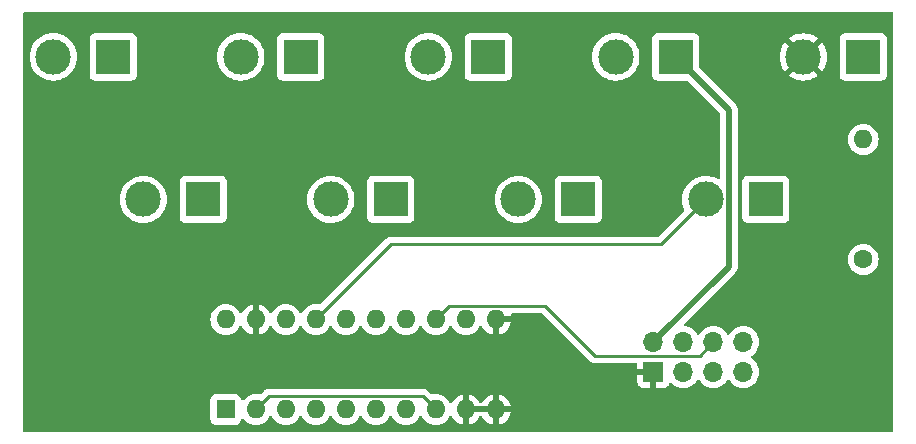
<source format=gbl>
%TF.GenerationSoftware,KiCad,Pcbnew,7.0.7*%
%TF.CreationDate,2023-09-28T15:42:35-05:00*%
%TF.ProjectId,iowa-rover-kiosk-lamps,696f7761-2d72-46f7-9665-722d6b696f73,rev?*%
%TF.SameCoordinates,Original*%
%TF.FileFunction,Copper,L2,Bot*%
%TF.FilePolarity,Positive*%
%FSLAX46Y46*%
G04 Gerber Fmt 4.6, Leading zero omitted, Abs format (unit mm)*
G04 Created by KiCad (PCBNEW 7.0.7) date 2023-09-28 15:42:35*
%MOMM*%
%LPD*%
G01*
G04 APERTURE LIST*
%TA.AperFunction,ComponentPad*%
%ADD10R,3.000000X3.000000*%
%TD*%
%TA.AperFunction,ComponentPad*%
%ADD11C,3.000000*%
%TD*%
%TA.AperFunction,ComponentPad*%
%ADD12R,1.600000X1.600000*%
%TD*%
%TA.AperFunction,ComponentPad*%
%ADD13O,1.600000X1.600000*%
%TD*%
%TA.AperFunction,ComponentPad*%
%ADD14R,1.700000X1.700000*%
%TD*%
%TA.AperFunction,ComponentPad*%
%ADD15O,1.700000X1.700000*%
%TD*%
%TA.AperFunction,ComponentPad*%
%ADD16C,1.600000*%
%TD*%
%TA.AperFunction,Conductor*%
%ADD17C,0.500000*%
%TD*%
%TA.AperFunction,Conductor*%
%ADD18C,0.250000*%
%TD*%
G04 APERTURE END LIST*
D10*
%TO.P,RFID Lamp 2,1,-*%
%TO.N,+12V*%
X96520000Y-46355000D03*
D11*
%TO.P,RFID Lamp 2,2,+*%
%TO.N,Net-(LA2-+)*%
X91440000Y-46355000D03*
%TD*%
D10*
%TO.P,RFID Lamp 4,1,-*%
%TO.N,+12V*%
X112395000Y-46355000D03*
D11*
%TO.P,RFID Lamp 4,2,+*%
%TO.N,Net-(LA4-+)*%
X107315000Y-46355000D03*
%TD*%
D12*
%TO.P,U1,1,NC*%
%TO.N,unconnected-(U1-NC-Pad1)*%
X98425000Y-64135000D03*
D13*
%TO.P,U1,2,VCC*%
%TO.N,+5V*%
X100965000Y-64135000D03*
%TO.P,U1,3,SERIN*%
%TO.N,Net-(J1-Pin_4)*%
X103505000Y-64135000D03*
%TO.P,U1,4,DRAIN0*%
%TO.N,Net-(LA1-+)*%
X106045000Y-64135000D03*
%TO.P,U1,5,DRAIN1*%
%TO.N,Net-(LA2-+)*%
X108585000Y-64135000D03*
%TO.P,U1,6,DRAIN2*%
%TO.N,Net-(LA4-+)*%
X111125000Y-64135000D03*
%TO.P,U1,7,DRAIN3*%
%TO.N,Net-(LA3-+)*%
X113665000Y-64135000D03*
%TO.P,U1,8,SRCLR*%
%TO.N,+5V*%
X116205000Y-64135000D03*
%TO.P,U1,9,G*%
%TO.N,GND*%
X118745000Y-64135000D03*
%TO.P,U1,10,GND*%
X121285000Y-64135000D03*
%TO.P,U1,11,GND*%
X121285000Y-56515000D03*
%TO.P,U1,12,RCK*%
%TO.N,Net-(J1-Pin_5)*%
X118745000Y-56515000D03*
%TO.P,U1,13,SRCK*%
%TO.N,Net-(J1-Pin_6)*%
X116205000Y-56515000D03*
%TO.P,U1,14,DRAIN4*%
%TO.N,Net-(LA5-+)*%
X113665000Y-56515000D03*
%TO.P,U1,15,DRAIN5*%
%TO.N,Net-(LA6-+)*%
X111125000Y-56515000D03*
%TO.P,U1,16,DRAIN6*%
%TO.N,Net-(LA7-+)*%
X108585000Y-56515000D03*
%TO.P,U1,17,DRAIN7*%
%TO.N,Net-(LA8-+)*%
X106045000Y-56515000D03*
%TO.P,U1,18,SEROUT*%
%TO.N,unconnected-(U1-SEROUT-Pad18)*%
X103505000Y-56515000D03*
%TO.P,U1,19,GND*%
%TO.N,GND*%
X100965000Y-56515000D03*
%TO.P,U1,20,NC*%
%TO.N,unconnected-(U1-NC-Pad20)*%
X98425000Y-56515000D03*
%TD*%
D10*
%TO.P,Error Lamp,1,-*%
%TO.N,+12V*%
X128270000Y-46355000D03*
D11*
%TO.P,Error Lamp,2,+*%
%TO.N,Net-(LA6-+)*%
X123190000Y-46355000D03*
%TD*%
D14*
%TO.P,J1,1,Pin_1*%
%TO.N,GND*%
X134630000Y-60965000D03*
D15*
%TO.P,J1,2,Pin_2*%
%TO.N,+12V*%
X134630000Y-58425000D03*
%TO.P,J1,3,Pin_3*%
%TO.N,+5V*%
X137170000Y-60965000D03*
%TO.P,J1,4,Pin_4*%
%TO.N,Net-(J1-Pin_4)*%
X137170000Y-58425000D03*
%TO.P,J1,5,Pin_5*%
%TO.N,Net-(J1-Pin_5)*%
X139710000Y-60965000D03*
%TO.P,J1,6,Pin_6*%
%TO.N,Net-(J1-Pin_6)*%
X139710000Y-58425000D03*
%TO.P,J1,7,Pin_7*%
%TO.N,unconnected-(J1-Pin_7-Pad7)*%
X142250000Y-60965000D03*
%TO.P,J1,8,Pin_8*%
%TO.N,Net-(J1-Pin_8)*%
X142250000Y-58425000D03*
%TD*%
D16*
%TO.P,R1,1*%
%TO.N,+5V*%
X152400000Y-51435000D03*
D13*
%TO.P,R1,2*%
%TO.N,Net-(J1-Pin_8)*%
X152400000Y-41275000D03*
%TD*%
D10*
%TO.P,Tx Btn,1,1*%
%TO.N,Net-(J1-Pin_8)*%
X152400000Y-34290000D03*
D11*
%TO.P,Tx Btn,2,2*%
%TO.N,GND*%
X147320000Y-34290000D03*
%TD*%
D10*
%TO.P,Tx Btn Lamp,1,-*%
%TO.N,+5V*%
X144145000Y-46355000D03*
D11*
%TO.P,Tx Btn Lamp,2,+*%
%TO.N,Net-(LA8-+)*%
X139065000Y-46355000D03*
%TD*%
D10*
%TO.P,Ready Lamp,1,-*%
%TO.N,+12V*%
X120650000Y-34290000D03*
D11*
%TO.P,Ready Lamp,2,+*%
%TO.N,Net-(LA5-+)*%
X115570000Y-34290000D03*
%TD*%
D10*
%TO.P,Running Lamp,1,-*%
%TO.N,+12V*%
X136525000Y-34290000D03*
D11*
%TO.P,Running Lamp,2,+*%
%TO.N,Net-(LA7-+)*%
X131445000Y-34290000D03*
%TD*%
D10*
%TO.P,RFID Lamp 1,1,-*%
%TO.N,+12V*%
X88900000Y-34290000D03*
D11*
%TO.P,RFID Lamp 1,2,+*%
%TO.N,Net-(LA1-+)*%
X83820000Y-34290000D03*
%TD*%
D10*
%TO.P,RFID Lamp 3,1,-*%
%TO.N,+12V*%
X104775000Y-34290000D03*
D11*
%TO.P,RFID Lamp 3,2,+*%
%TO.N,Net-(LA3-+)*%
X99695000Y-34290000D03*
%TD*%
D17*
%TO.N,+12V*%
X134630000Y-58425000D02*
X141015000Y-52040000D01*
X141015000Y-38780000D02*
X136525000Y-34290000D01*
X141015000Y-52040000D02*
X141015000Y-38780000D01*
D18*
%TO.N,+5V*%
X100965000Y-64135000D02*
X102090000Y-63010000D01*
X102090000Y-63010000D02*
X115080000Y-63010000D01*
X115080000Y-63010000D02*
X116205000Y-64135000D01*
%TO.N,Net-(J1-Pin_6)*%
X125476000Y-55372000D02*
X129704000Y-59600000D01*
X116205000Y-56515000D02*
X117348000Y-55372000D01*
X138535000Y-59600000D02*
X139710000Y-58425000D01*
X129704000Y-59600000D02*
X138535000Y-59600000D01*
X117348000Y-55372000D02*
X125476000Y-55372000D01*
%TO.N,Net-(LA8-+)*%
X112395000Y-50165000D02*
X106045000Y-56515000D01*
X135255000Y-50165000D02*
X112395000Y-50165000D01*
X139065000Y-46355000D02*
X135255000Y-50165000D01*
%TD*%
%TA.AperFunction,Conductor*%
%TO.N,GND*%
G36*
X120841463Y-63904685D02*
G01*
X120887218Y-63957489D01*
X120897162Y-64026647D01*
X120896897Y-64028397D01*
X120880014Y-64134996D01*
X120880014Y-64135003D01*
X120896897Y-64241603D01*
X120887942Y-64310896D01*
X120842946Y-64364348D01*
X120776194Y-64384987D01*
X120774424Y-64385000D01*
X119255576Y-64385000D01*
X119188537Y-64365315D01*
X119142782Y-64312511D01*
X119132838Y-64243353D01*
X119133103Y-64241603D01*
X119149986Y-64135003D01*
X119149986Y-64134996D01*
X119133103Y-64028397D01*
X119142058Y-63959104D01*
X119187054Y-63905652D01*
X119253806Y-63885013D01*
X119255576Y-63885000D01*
X120774424Y-63885000D01*
X120841463Y-63904685D01*
G37*
%TD.AperFunction*%
%TA.AperFunction,Conductor*%
G36*
X154883039Y-30499685D02*
G01*
X154928794Y-30552489D01*
X154940000Y-30604000D01*
X154940000Y-65916000D01*
X154920315Y-65983039D01*
X154867511Y-66028794D01*
X154816000Y-66040000D01*
X81404000Y-66040000D01*
X81336961Y-66020315D01*
X81291206Y-65967511D01*
X81280000Y-65916000D01*
X81280000Y-64982870D01*
X97124500Y-64982870D01*
X97124501Y-64982876D01*
X97130908Y-65042483D01*
X97181202Y-65177328D01*
X97181206Y-65177335D01*
X97267452Y-65292544D01*
X97267455Y-65292547D01*
X97382664Y-65378793D01*
X97382671Y-65378797D01*
X97517517Y-65429091D01*
X97517516Y-65429091D01*
X97524444Y-65429835D01*
X97577127Y-65435500D01*
X99272872Y-65435499D01*
X99332483Y-65429091D01*
X99467331Y-65378796D01*
X99582546Y-65292546D01*
X99668796Y-65177331D01*
X99719091Y-65042483D01*
X99722862Y-65007401D01*
X99749599Y-64942855D01*
X99806990Y-64903006D01*
X99876816Y-64900511D01*
X99936905Y-64936163D01*
X99947726Y-64949536D01*
X99964956Y-64974143D01*
X100125858Y-65135045D01*
X100125861Y-65135047D01*
X100312266Y-65265568D01*
X100518504Y-65361739D01*
X100738308Y-65420635D01*
X100900230Y-65434801D01*
X100964998Y-65440468D01*
X100965000Y-65440468D01*
X100965002Y-65440468D01*
X101021807Y-65435498D01*
X101191692Y-65420635D01*
X101411496Y-65361739D01*
X101617734Y-65265568D01*
X101804139Y-65135047D01*
X101965047Y-64974139D01*
X102095568Y-64787734D01*
X102122618Y-64729724D01*
X102168790Y-64677285D01*
X102235983Y-64658133D01*
X102302865Y-64678348D01*
X102347382Y-64729725D01*
X102374429Y-64787728D01*
X102374432Y-64787734D01*
X102504954Y-64974141D01*
X102665858Y-65135045D01*
X102665861Y-65135047D01*
X102852266Y-65265568D01*
X103058504Y-65361739D01*
X103278308Y-65420635D01*
X103440230Y-65434801D01*
X103504998Y-65440468D01*
X103505000Y-65440468D01*
X103505002Y-65440468D01*
X103561807Y-65435498D01*
X103731692Y-65420635D01*
X103951496Y-65361739D01*
X104157734Y-65265568D01*
X104344139Y-65135047D01*
X104505047Y-64974139D01*
X104635568Y-64787734D01*
X104662618Y-64729724D01*
X104708790Y-64677285D01*
X104775983Y-64658133D01*
X104842865Y-64678348D01*
X104887382Y-64729725D01*
X104914429Y-64787728D01*
X104914432Y-64787734D01*
X105044954Y-64974141D01*
X105205858Y-65135045D01*
X105205861Y-65135047D01*
X105392266Y-65265568D01*
X105598504Y-65361739D01*
X105818308Y-65420635D01*
X105980230Y-65434801D01*
X106044998Y-65440468D01*
X106045000Y-65440468D01*
X106045002Y-65440468D01*
X106101807Y-65435498D01*
X106271692Y-65420635D01*
X106491496Y-65361739D01*
X106697734Y-65265568D01*
X106884139Y-65135047D01*
X107045047Y-64974139D01*
X107175568Y-64787734D01*
X107202618Y-64729724D01*
X107248790Y-64677285D01*
X107315983Y-64658133D01*
X107382865Y-64678348D01*
X107427382Y-64729725D01*
X107454429Y-64787728D01*
X107454432Y-64787734D01*
X107584954Y-64974141D01*
X107745858Y-65135045D01*
X107745861Y-65135047D01*
X107932266Y-65265568D01*
X108138504Y-65361739D01*
X108358308Y-65420635D01*
X108520230Y-65434801D01*
X108584998Y-65440468D01*
X108585000Y-65440468D01*
X108585002Y-65440468D01*
X108641807Y-65435498D01*
X108811692Y-65420635D01*
X109031496Y-65361739D01*
X109237734Y-65265568D01*
X109424139Y-65135047D01*
X109585047Y-64974139D01*
X109715568Y-64787734D01*
X109742618Y-64729724D01*
X109788790Y-64677285D01*
X109855983Y-64658133D01*
X109922865Y-64678348D01*
X109967382Y-64729725D01*
X109994429Y-64787728D01*
X109994432Y-64787734D01*
X110124954Y-64974141D01*
X110285858Y-65135045D01*
X110285861Y-65135047D01*
X110472266Y-65265568D01*
X110678504Y-65361739D01*
X110898308Y-65420635D01*
X111060230Y-65434801D01*
X111124998Y-65440468D01*
X111125000Y-65440468D01*
X111125002Y-65440468D01*
X111181807Y-65435498D01*
X111351692Y-65420635D01*
X111571496Y-65361739D01*
X111777734Y-65265568D01*
X111964139Y-65135047D01*
X112125047Y-64974139D01*
X112255568Y-64787734D01*
X112282618Y-64729724D01*
X112328790Y-64677285D01*
X112395983Y-64658133D01*
X112462865Y-64678348D01*
X112507382Y-64729725D01*
X112534429Y-64787728D01*
X112534432Y-64787734D01*
X112664954Y-64974141D01*
X112825858Y-65135045D01*
X112825861Y-65135047D01*
X113012266Y-65265568D01*
X113218504Y-65361739D01*
X113438308Y-65420635D01*
X113600230Y-65434801D01*
X113664998Y-65440468D01*
X113665000Y-65440468D01*
X113665002Y-65440468D01*
X113721807Y-65435498D01*
X113891692Y-65420635D01*
X114111496Y-65361739D01*
X114317734Y-65265568D01*
X114504139Y-65135047D01*
X114665047Y-64974139D01*
X114795568Y-64787734D01*
X114822618Y-64729724D01*
X114868790Y-64677285D01*
X114935983Y-64658133D01*
X115002865Y-64678348D01*
X115047382Y-64729725D01*
X115074429Y-64787728D01*
X115074432Y-64787734D01*
X115204954Y-64974141D01*
X115365858Y-65135045D01*
X115365861Y-65135047D01*
X115552266Y-65265568D01*
X115758504Y-65361739D01*
X115978308Y-65420635D01*
X116140230Y-65434801D01*
X116204998Y-65440468D01*
X116205000Y-65440468D01*
X116205002Y-65440468D01*
X116261807Y-65435498D01*
X116431692Y-65420635D01*
X116651496Y-65361739D01*
X116857734Y-65265568D01*
X117044139Y-65135047D01*
X117205047Y-64974139D01*
X117335568Y-64787734D01*
X117362895Y-64729129D01*
X117409064Y-64676695D01*
X117476257Y-64657542D01*
X117543139Y-64677757D01*
X117587657Y-64729133D01*
X117614865Y-64787482D01*
X117745342Y-64973820D01*
X117906179Y-65134657D01*
X118092517Y-65265134D01*
X118298673Y-65361265D01*
X118298682Y-65361269D01*
X118494999Y-65413872D01*
X118494999Y-64645575D01*
X118514683Y-64578536D01*
X118567487Y-64532781D01*
X118636646Y-64522837D01*
X118638353Y-64523095D01*
X118663583Y-64527091D01*
X118713515Y-64535000D01*
X118713519Y-64535000D01*
X118776485Y-64535000D01*
X118819300Y-64528218D01*
X118851602Y-64523102D01*
X118920894Y-64532056D01*
X118974347Y-64577052D01*
X118994987Y-64643803D01*
X118995000Y-64645575D01*
X118995000Y-65413872D01*
X119191317Y-65361269D01*
X119191326Y-65361265D01*
X119397482Y-65265134D01*
X119583820Y-65134657D01*
X119744657Y-64973820D01*
X119875133Y-64787483D01*
X119902616Y-64728544D01*
X119948787Y-64676104D01*
X120015981Y-64656951D01*
X120082862Y-64677166D01*
X120127381Y-64728541D01*
X120154867Y-64787484D01*
X120285342Y-64973820D01*
X120446179Y-65134657D01*
X120632517Y-65265134D01*
X120838673Y-65361265D01*
X120838682Y-65361269D01*
X121034999Y-65413872D01*
X121035000Y-65413871D01*
X121035000Y-64645575D01*
X121054685Y-64578536D01*
X121107489Y-64532781D01*
X121176647Y-64522837D01*
X121178331Y-64523091D01*
X121210699Y-64528218D01*
X121253515Y-64535000D01*
X121253519Y-64535000D01*
X121316485Y-64535000D01*
X121359300Y-64528218D01*
X121391602Y-64523102D01*
X121460894Y-64532056D01*
X121514347Y-64577052D01*
X121534987Y-64643803D01*
X121535000Y-64645575D01*
X121534999Y-65413871D01*
X121535000Y-65413872D01*
X121731317Y-65361269D01*
X121731326Y-65361265D01*
X121937482Y-65265134D01*
X122123820Y-65134657D01*
X122284657Y-64973820D01*
X122415134Y-64787482D01*
X122511265Y-64581326D01*
X122511269Y-64581317D01*
X122563872Y-64385000D01*
X121795576Y-64385000D01*
X121728537Y-64365315D01*
X121682782Y-64312511D01*
X121672838Y-64243353D01*
X121673103Y-64241603D01*
X121689986Y-64135003D01*
X121689986Y-64134996D01*
X121673103Y-64028397D01*
X121682058Y-63959104D01*
X121727054Y-63905652D01*
X121793806Y-63885013D01*
X121795576Y-63885000D01*
X122563872Y-63885000D01*
X122563872Y-63884999D01*
X122511269Y-63688682D01*
X122511265Y-63688673D01*
X122415134Y-63482517D01*
X122284657Y-63296179D01*
X122123820Y-63135342D01*
X121937482Y-63004865D01*
X121731328Y-62908734D01*
X121534999Y-62856127D01*
X121535000Y-63624424D01*
X121515315Y-63691463D01*
X121462511Y-63737218D01*
X121393353Y-63747162D01*
X121391602Y-63746897D01*
X121316486Y-63735000D01*
X121316481Y-63735000D01*
X121253519Y-63735000D01*
X121253514Y-63735000D01*
X121178398Y-63746897D01*
X121109104Y-63737942D01*
X121055652Y-63692946D01*
X121035013Y-63626194D01*
X121035000Y-63624424D01*
X121035000Y-62856127D01*
X120838671Y-62908734D01*
X120632517Y-63004865D01*
X120446179Y-63135342D01*
X120285342Y-63296179D01*
X120154865Y-63482518D01*
X120154863Y-63482522D01*
X120127380Y-63541458D01*
X120081207Y-63593897D01*
X120014013Y-63613048D01*
X119947133Y-63592831D01*
X119902616Y-63541455D01*
X119875133Y-63482517D01*
X119744657Y-63296179D01*
X119583820Y-63135342D01*
X119397482Y-63004865D01*
X119191328Y-62908734D01*
X118995000Y-62856127D01*
X118995000Y-63624424D01*
X118975315Y-63691463D01*
X118922511Y-63737218D01*
X118853353Y-63747162D01*
X118851602Y-63746897D01*
X118776486Y-63735000D01*
X118776481Y-63735000D01*
X118713519Y-63735000D01*
X118713514Y-63735000D01*
X118638398Y-63746897D01*
X118569104Y-63737942D01*
X118515652Y-63692946D01*
X118495013Y-63626194D01*
X118495000Y-63624424D01*
X118495000Y-62856127D01*
X118298671Y-62908734D01*
X118092517Y-63004865D01*
X117906179Y-63135342D01*
X117745342Y-63296179D01*
X117614867Y-63482515D01*
X117587657Y-63540867D01*
X117541484Y-63593306D01*
X117474290Y-63612457D01*
X117407409Y-63592241D01*
X117362893Y-63540865D01*
X117335685Y-63482518D01*
X117335568Y-63482266D01*
X117205047Y-63295861D01*
X117205045Y-63295858D01*
X117044141Y-63134954D01*
X116857734Y-63004432D01*
X116857732Y-63004431D01*
X116651497Y-62908261D01*
X116651488Y-62908258D01*
X116431697Y-62849366D01*
X116431693Y-62849365D01*
X116431692Y-62849365D01*
X116431691Y-62849364D01*
X116431686Y-62849364D01*
X116205002Y-62829532D01*
X116204999Y-62829532D01*
X115978313Y-62849364D01*
X115978296Y-62849367D01*
X115909949Y-62867680D01*
X115840099Y-62866016D01*
X115790177Y-62835586D01*
X115580803Y-62626212D01*
X115570980Y-62613950D01*
X115570759Y-62614134D01*
X115565786Y-62608123D01*
X115547159Y-62590631D01*
X115515364Y-62560773D01*
X115504919Y-62550328D01*
X115494475Y-62539883D01*
X115488986Y-62535625D01*
X115484561Y-62531847D01*
X115450582Y-62499938D01*
X115450580Y-62499936D01*
X115450577Y-62499935D01*
X115433029Y-62490288D01*
X115416763Y-62479604D01*
X115400933Y-62467325D01*
X115358168Y-62448818D01*
X115352922Y-62446248D01*
X115312093Y-62423803D01*
X115312092Y-62423802D01*
X115292693Y-62418822D01*
X115274281Y-62412518D01*
X115255898Y-62404562D01*
X115255892Y-62404560D01*
X115209874Y-62397272D01*
X115204152Y-62396087D01*
X115159021Y-62384500D01*
X115159019Y-62384500D01*
X115138984Y-62384500D01*
X115119586Y-62382973D01*
X115112162Y-62381797D01*
X115099805Y-62379840D01*
X115099804Y-62379840D01*
X115053416Y-62384225D01*
X115047578Y-62384500D01*
X102172737Y-62384500D01*
X102157120Y-62382776D01*
X102157093Y-62383062D01*
X102149331Y-62382327D01*
X102080203Y-62384500D01*
X102050650Y-62384500D01*
X102049929Y-62384590D01*
X102043757Y-62385369D01*
X102037945Y-62385826D01*
X101991373Y-62387290D01*
X101991372Y-62387290D01*
X101972129Y-62392881D01*
X101953079Y-62396825D01*
X101933211Y-62399334D01*
X101933209Y-62399335D01*
X101889884Y-62416488D01*
X101884357Y-62418380D01*
X101839610Y-62431381D01*
X101839609Y-62431382D01*
X101822367Y-62441579D01*
X101804899Y-62450137D01*
X101786269Y-62457513D01*
X101786267Y-62457514D01*
X101748576Y-62484898D01*
X101743694Y-62488105D01*
X101703579Y-62511830D01*
X101689408Y-62526000D01*
X101674623Y-62538628D01*
X101658412Y-62550407D01*
X101628709Y-62586310D01*
X101624777Y-62590631D01*
X101379821Y-62835586D01*
X101318498Y-62869071D01*
X101260048Y-62867680D01*
X101191697Y-62849366D01*
X101191693Y-62849365D01*
X101191692Y-62849365D01*
X101078346Y-62839448D01*
X100965001Y-62829532D01*
X100964998Y-62829532D01*
X100738313Y-62849364D01*
X100738302Y-62849366D01*
X100518511Y-62908258D01*
X100518502Y-62908261D01*
X100312267Y-63004431D01*
X100312265Y-63004432D01*
X100125858Y-63134954D01*
X99964954Y-63295858D01*
X99947725Y-63320464D01*
X99893147Y-63364088D01*
X99823648Y-63371280D01*
X99761294Y-63339757D01*
X99725882Y-63279526D01*
X99722861Y-63262591D01*
X99719091Y-63227516D01*
X99668797Y-63092671D01*
X99668793Y-63092664D01*
X99582547Y-62977455D01*
X99582544Y-62977452D01*
X99467335Y-62891206D01*
X99467328Y-62891202D01*
X99332482Y-62840908D01*
X99332483Y-62840908D01*
X99272883Y-62834501D01*
X99272881Y-62834500D01*
X99272873Y-62834500D01*
X99272864Y-62834500D01*
X97577129Y-62834500D01*
X97577123Y-62834501D01*
X97517516Y-62840908D01*
X97382671Y-62891202D01*
X97382664Y-62891206D01*
X97267455Y-62977452D01*
X97267452Y-62977455D01*
X97181206Y-63092664D01*
X97181202Y-63092671D01*
X97130908Y-63227517D01*
X97124501Y-63287116D01*
X97124500Y-63287135D01*
X97124500Y-64982870D01*
X81280000Y-64982870D01*
X81280000Y-56515001D01*
X97119532Y-56515001D01*
X97139364Y-56741686D01*
X97139366Y-56741697D01*
X97198258Y-56961488D01*
X97198261Y-56961497D01*
X97294431Y-57167732D01*
X97294432Y-57167734D01*
X97424954Y-57354141D01*
X97585858Y-57515045D01*
X97585861Y-57515047D01*
X97772266Y-57645568D01*
X97978504Y-57741739D01*
X97978509Y-57741740D01*
X97978511Y-57741741D01*
X98031415Y-57755916D01*
X98198308Y-57800635D01*
X98360230Y-57814801D01*
X98424998Y-57820468D01*
X98425000Y-57820468D01*
X98425002Y-57820468D01*
X98481672Y-57815509D01*
X98651692Y-57800635D01*
X98871496Y-57741739D01*
X99077734Y-57645568D01*
X99264139Y-57515047D01*
X99425047Y-57354139D01*
X99555568Y-57167734D01*
X99582895Y-57109129D01*
X99629064Y-57056695D01*
X99696257Y-57037542D01*
X99763139Y-57057757D01*
X99807657Y-57109133D01*
X99834865Y-57167482D01*
X99965342Y-57353820D01*
X100126179Y-57514657D01*
X100312517Y-57645134D01*
X100518673Y-57741265D01*
X100518682Y-57741269D01*
X100714999Y-57793872D01*
X100715000Y-57793871D01*
X100715000Y-57025575D01*
X100734685Y-56958536D01*
X100787489Y-56912781D01*
X100856647Y-56902837D01*
X100858331Y-56903091D01*
X100890699Y-56908218D01*
X100933515Y-56915000D01*
X100933519Y-56915000D01*
X100996485Y-56915000D01*
X101039300Y-56908218D01*
X101071602Y-56903102D01*
X101140894Y-56912056D01*
X101194347Y-56957052D01*
X101214987Y-57023803D01*
X101215000Y-57025575D01*
X101215000Y-57793872D01*
X101411317Y-57741269D01*
X101411326Y-57741265D01*
X101617482Y-57645134D01*
X101803820Y-57514657D01*
X101964657Y-57353820D01*
X102095132Y-57167484D01*
X102122341Y-57109134D01*
X102168513Y-57056695D01*
X102235707Y-57037542D01*
X102302588Y-57057757D01*
X102347106Y-57109133D01*
X102374431Y-57167732D01*
X102374432Y-57167734D01*
X102504954Y-57354141D01*
X102665858Y-57515045D01*
X102665861Y-57515047D01*
X102852266Y-57645568D01*
X103058504Y-57741739D01*
X103058509Y-57741740D01*
X103058511Y-57741741D01*
X103111415Y-57755916D01*
X103278308Y-57800635D01*
X103440230Y-57814801D01*
X103504998Y-57820468D01*
X103505000Y-57820468D01*
X103505002Y-57820468D01*
X103561672Y-57815509D01*
X103731692Y-57800635D01*
X103951496Y-57741739D01*
X104157734Y-57645568D01*
X104344139Y-57515047D01*
X104505047Y-57354139D01*
X104635568Y-57167734D01*
X104662618Y-57109724D01*
X104708790Y-57057285D01*
X104775983Y-57038133D01*
X104842865Y-57058348D01*
X104887382Y-57109725D01*
X104914429Y-57167728D01*
X104914432Y-57167734D01*
X105044954Y-57354141D01*
X105205858Y-57515045D01*
X105205861Y-57515047D01*
X105392266Y-57645568D01*
X105598504Y-57741739D01*
X105598509Y-57741740D01*
X105598511Y-57741741D01*
X105651415Y-57755916D01*
X105818308Y-57800635D01*
X105980230Y-57814801D01*
X106044998Y-57820468D01*
X106045000Y-57820468D01*
X106045002Y-57820468D01*
X106101673Y-57815509D01*
X106271692Y-57800635D01*
X106491496Y-57741739D01*
X106697734Y-57645568D01*
X106884139Y-57515047D01*
X107045047Y-57354139D01*
X107175568Y-57167734D01*
X107202618Y-57109724D01*
X107248790Y-57057285D01*
X107315983Y-57038133D01*
X107382865Y-57058348D01*
X107427382Y-57109725D01*
X107454429Y-57167728D01*
X107454432Y-57167734D01*
X107584954Y-57354141D01*
X107745858Y-57515045D01*
X107745861Y-57515047D01*
X107932266Y-57645568D01*
X108138504Y-57741739D01*
X108138509Y-57741740D01*
X108138511Y-57741741D01*
X108191415Y-57755916D01*
X108358308Y-57800635D01*
X108520230Y-57814801D01*
X108584998Y-57820468D01*
X108585000Y-57820468D01*
X108585002Y-57820468D01*
X108641672Y-57815509D01*
X108811692Y-57800635D01*
X109031496Y-57741739D01*
X109237734Y-57645568D01*
X109424139Y-57515047D01*
X109585047Y-57354139D01*
X109715568Y-57167734D01*
X109742618Y-57109724D01*
X109788790Y-57057285D01*
X109855983Y-57038133D01*
X109922865Y-57058348D01*
X109967382Y-57109725D01*
X109994429Y-57167728D01*
X109994432Y-57167734D01*
X110124954Y-57354141D01*
X110285858Y-57515045D01*
X110285861Y-57515047D01*
X110472266Y-57645568D01*
X110678504Y-57741739D01*
X110678509Y-57741740D01*
X110678511Y-57741741D01*
X110731415Y-57755916D01*
X110898308Y-57800635D01*
X111060230Y-57814801D01*
X111124998Y-57820468D01*
X111125000Y-57820468D01*
X111125002Y-57820468D01*
X111181672Y-57815509D01*
X111351692Y-57800635D01*
X111571496Y-57741739D01*
X111777734Y-57645568D01*
X111964139Y-57515047D01*
X112125047Y-57354139D01*
X112255568Y-57167734D01*
X112282618Y-57109724D01*
X112328790Y-57057285D01*
X112395983Y-57038133D01*
X112462865Y-57058348D01*
X112507382Y-57109725D01*
X112534429Y-57167728D01*
X112534432Y-57167734D01*
X112664954Y-57354141D01*
X112825858Y-57515045D01*
X112825861Y-57515047D01*
X113012266Y-57645568D01*
X113218504Y-57741739D01*
X113218509Y-57741740D01*
X113218511Y-57741741D01*
X113271415Y-57755916D01*
X113438308Y-57800635D01*
X113600230Y-57814801D01*
X113664998Y-57820468D01*
X113665000Y-57820468D01*
X113665002Y-57820468D01*
X113721672Y-57815509D01*
X113891692Y-57800635D01*
X114111496Y-57741739D01*
X114317734Y-57645568D01*
X114504139Y-57515047D01*
X114665047Y-57354139D01*
X114795568Y-57167734D01*
X114822618Y-57109724D01*
X114868790Y-57057285D01*
X114935983Y-57038133D01*
X115002865Y-57058348D01*
X115047382Y-57109725D01*
X115074429Y-57167728D01*
X115074432Y-57167734D01*
X115204954Y-57354141D01*
X115365858Y-57515045D01*
X115365861Y-57515047D01*
X115552266Y-57645568D01*
X115758504Y-57741739D01*
X115758509Y-57741740D01*
X115758511Y-57741741D01*
X115811415Y-57755916D01*
X115978308Y-57800635D01*
X116140230Y-57814801D01*
X116204998Y-57820468D01*
X116205000Y-57820468D01*
X116205002Y-57820468D01*
X116261673Y-57815509D01*
X116431692Y-57800635D01*
X116651496Y-57741739D01*
X116857734Y-57645568D01*
X117044139Y-57515047D01*
X117205047Y-57354139D01*
X117335568Y-57167734D01*
X117362618Y-57109724D01*
X117408790Y-57057285D01*
X117475983Y-57038133D01*
X117542865Y-57058348D01*
X117587382Y-57109725D01*
X117614429Y-57167728D01*
X117614432Y-57167734D01*
X117744954Y-57354141D01*
X117905858Y-57515045D01*
X117905861Y-57515047D01*
X118092266Y-57645568D01*
X118298504Y-57741739D01*
X118298509Y-57741740D01*
X118298511Y-57741741D01*
X118351415Y-57755916D01*
X118518308Y-57800635D01*
X118680230Y-57814801D01*
X118744998Y-57820468D01*
X118745000Y-57820468D01*
X118745002Y-57820468D01*
X118801672Y-57815509D01*
X118971692Y-57800635D01*
X119191496Y-57741739D01*
X119397734Y-57645568D01*
X119584139Y-57515047D01*
X119745047Y-57354139D01*
X119875568Y-57167734D01*
X119902895Y-57109129D01*
X119949064Y-57056695D01*
X120016257Y-57037542D01*
X120083139Y-57057757D01*
X120127657Y-57109133D01*
X120154865Y-57167482D01*
X120285342Y-57353820D01*
X120446179Y-57514657D01*
X120632517Y-57645134D01*
X120838673Y-57741265D01*
X120838682Y-57741269D01*
X121034999Y-57793872D01*
X121035000Y-57793871D01*
X121035000Y-57025575D01*
X121054685Y-56958536D01*
X121107489Y-56912781D01*
X121176647Y-56902837D01*
X121178331Y-56903091D01*
X121210699Y-56908218D01*
X121253515Y-56915000D01*
X121253519Y-56915000D01*
X121316485Y-56915000D01*
X121359300Y-56908218D01*
X121391602Y-56903102D01*
X121460894Y-56912056D01*
X121514347Y-56957052D01*
X121534987Y-57023803D01*
X121535000Y-57025575D01*
X121534999Y-57793871D01*
X121535000Y-57793872D01*
X121731317Y-57741269D01*
X121731326Y-57741265D01*
X121937482Y-57645134D01*
X122123820Y-57514657D01*
X122284657Y-57353820D01*
X122415134Y-57167482D01*
X122511265Y-56961326D01*
X122511269Y-56961317D01*
X122563872Y-56765000D01*
X121795576Y-56765000D01*
X121728537Y-56745315D01*
X121682782Y-56692511D01*
X121672838Y-56623353D01*
X121673103Y-56621603D01*
X121689986Y-56515003D01*
X121689986Y-56514996D01*
X121673103Y-56408397D01*
X121682058Y-56339104D01*
X121727054Y-56285652D01*
X121793806Y-56265013D01*
X121795576Y-56265000D01*
X122563872Y-56265000D01*
X122563872Y-56264999D01*
X122534021Y-56153593D01*
X122535684Y-56083744D01*
X122574846Y-56025881D01*
X122639075Y-55998377D01*
X122653796Y-55997500D01*
X125165548Y-55997500D01*
X125232587Y-56017185D01*
X125253229Y-56033819D01*
X129203197Y-59983788D01*
X129213022Y-59996051D01*
X129213243Y-59995869D01*
X129218214Y-60001878D01*
X129244217Y-60026295D01*
X129268635Y-60049226D01*
X129289529Y-60070120D01*
X129295011Y-60074373D01*
X129299443Y-60078157D01*
X129333418Y-60110062D01*
X129350976Y-60119714D01*
X129367233Y-60130393D01*
X129383064Y-60142673D01*
X129402737Y-60151186D01*
X129425833Y-60161182D01*
X129431077Y-60163750D01*
X129471908Y-60186197D01*
X129484523Y-60189435D01*
X129491305Y-60191177D01*
X129509719Y-60197481D01*
X129528104Y-60205438D01*
X129574157Y-60212732D01*
X129579826Y-60213906D01*
X129624981Y-60225500D01*
X129645016Y-60225500D01*
X129664413Y-60227026D01*
X129684196Y-60230160D01*
X129730583Y-60225775D01*
X129736422Y-60225500D01*
X133156000Y-60225500D01*
X133223039Y-60245185D01*
X133268794Y-60297989D01*
X133280000Y-60349500D01*
X133280000Y-60715000D01*
X134016653Y-60715000D01*
X134083692Y-60734685D01*
X134129447Y-60787489D01*
X134139391Y-60856647D01*
X134135631Y-60873933D01*
X134130000Y-60893111D01*
X134130000Y-61036888D01*
X134135631Y-61056067D01*
X134135630Y-61125936D01*
X134097855Y-61184714D01*
X134034299Y-61213738D01*
X134016653Y-61215000D01*
X133280000Y-61215000D01*
X133280000Y-61862844D01*
X133286401Y-61922372D01*
X133286403Y-61922379D01*
X133336645Y-62057086D01*
X133336649Y-62057093D01*
X133422809Y-62172187D01*
X133422812Y-62172190D01*
X133537906Y-62258350D01*
X133537913Y-62258354D01*
X133672620Y-62308596D01*
X133672627Y-62308598D01*
X133732155Y-62314999D01*
X133732172Y-62315000D01*
X134380000Y-62315000D01*
X134380000Y-61577301D01*
X134399685Y-61510262D01*
X134452489Y-61464507D01*
X134521647Y-61454563D01*
X134594237Y-61465000D01*
X134594238Y-61465000D01*
X134665762Y-61465000D01*
X134665763Y-61465000D01*
X134738353Y-61454563D01*
X134807512Y-61464507D01*
X134860315Y-61510262D01*
X134880000Y-61577301D01*
X134880000Y-62315000D01*
X135527828Y-62315000D01*
X135527844Y-62314999D01*
X135587372Y-62308598D01*
X135587379Y-62308596D01*
X135722086Y-62258354D01*
X135722093Y-62258350D01*
X135837187Y-62172190D01*
X135837190Y-62172187D01*
X135923350Y-62057093D01*
X135923354Y-62057086D01*
X135972422Y-61925529D01*
X136014293Y-61869595D01*
X136079757Y-61845178D01*
X136148030Y-61860030D01*
X136176285Y-61881181D01*
X136298599Y-62003495D01*
X136375135Y-62057086D01*
X136492165Y-62139032D01*
X136492167Y-62139033D01*
X136492170Y-62139035D01*
X136706337Y-62238903D01*
X136934592Y-62300063D01*
X137105319Y-62315000D01*
X137169999Y-62320659D01*
X137170000Y-62320659D01*
X137170001Y-62320659D01*
X137234681Y-62315000D01*
X137405408Y-62300063D01*
X137633663Y-62238903D01*
X137847830Y-62139035D01*
X138041401Y-62003495D01*
X138208495Y-61836401D01*
X138338426Y-61650841D01*
X138393002Y-61607217D01*
X138462500Y-61600023D01*
X138524855Y-61631546D01*
X138541575Y-61650842D01*
X138671500Y-61836395D01*
X138671505Y-61836401D01*
X138838599Y-62003495D01*
X138915135Y-62057086D01*
X139032165Y-62139032D01*
X139032167Y-62139033D01*
X139032170Y-62139035D01*
X139246337Y-62238903D01*
X139474592Y-62300063D01*
X139645319Y-62315000D01*
X139709999Y-62320659D01*
X139710000Y-62320659D01*
X139710001Y-62320659D01*
X139774681Y-62315000D01*
X139945408Y-62300063D01*
X140173663Y-62238903D01*
X140387830Y-62139035D01*
X140581401Y-62003495D01*
X140748495Y-61836401D01*
X140878426Y-61650840D01*
X140933001Y-61607217D01*
X141002499Y-61600023D01*
X141064854Y-61631546D01*
X141081574Y-61650841D01*
X141211505Y-61836401D01*
X141378599Y-62003495D01*
X141455135Y-62057086D01*
X141572165Y-62139032D01*
X141572167Y-62139033D01*
X141572170Y-62139035D01*
X141786337Y-62238903D01*
X142014592Y-62300063D01*
X142185319Y-62315000D01*
X142249999Y-62320659D01*
X142250000Y-62320659D01*
X142250001Y-62320659D01*
X142314681Y-62315000D01*
X142485408Y-62300063D01*
X142713663Y-62238903D01*
X142927830Y-62139035D01*
X143121401Y-62003495D01*
X143288495Y-61836401D01*
X143424035Y-61642830D01*
X143523903Y-61428663D01*
X143585063Y-61200408D01*
X143605659Y-60965000D01*
X143585063Y-60729592D01*
X143523903Y-60501337D01*
X143424035Y-60287171D01*
X143418425Y-60279158D01*
X143288494Y-60093597D01*
X143121402Y-59926506D01*
X143121401Y-59926505D01*
X142935842Y-59796575D01*
X142935841Y-59796574D01*
X142892216Y-59741997D01*
X142885024Y-59672498D01*
X142916546Y-59610144D01*
X142935836Y-59593428D01*
X143121401Y-59463495D01*
X143288495Y-59296401D01*
X143424035Y-59102830D01*
X143523903Y-58888663D01*
X143585063Y-58660408D01*
X143605659Y-58425000D01*
X143585063Y-58189592D01*
X143523903Y-57961337D01*
X143424035Y-57747171D01*
X143420232Y-57741739D01*
X143288494Y-57553597D01*
X143121402Y-57386506D01*
X143121395Y-57386501D01*
X142927834Y-57250967D01*
X142927830Y-57250965D01*
X142927830Y-57250964D01*
X142713663Y-57151097D01*
X142713659Y-57151096D01*
X142713655Y-57151094D01*
X142485413Y-57089938D01*
X142485403Y-57089936D01*
X142250001Y-57069341D01*
X142249999Y-57069341D01*
X142014596Y-57089936D01*
X142014586Y-57089938D01*
X141786344Y-57151094D01*
X141786335Y-57151098D01*
X141572171Y-57250964D01*
X141572169Y-57250965D01*
X141378597Y-57386505D01*
X141211505Y-57553597D01*
X141081575Y-57739158D01*
X141026998Y-57782783D01*
X140957500Y-57789977D01*
X140895145Y-57758454D01*
X140878425Y-57739158D01*
X140748494Y-57553597D01*
X140581402Y-57386506D01*
X140581395Y-57386501D01*
X140387834Y-57250967D01*
X140387830Y-57250965D01*
X140387830Y-57250964D01*
X140173663Y-57151097D01*
X140173659Y-57151096D01*
X140173655Y-57151094D01*
X139945413Y-57089938D01*
X139945403Y-57089936D01*
X139710001Y-57069341D01*
X139709999Y-57069341D01*
X139474596Y-57089936D01*
X139474586Y-57089938D01*
X139246344Y-57151094D01*
X139246335Y-57151098D01*
X139032171Y-57250964D01*
X139032169Y-57250965D01*
X138838597Y-57386505D01*
X138671505Y-57553597D01*
X138541575Y-57739158D01*
X138486998Y-57782783D01*
X138417500Y-57789977D01*
X138355145Y-57758454D01*
X138338425Y-57739158D01*
X138208494Y-57553597D01*
X138041402Y-57386506D01*
X138041395Y-57386501D01*
X137847834Y-57250967D01*
X137847830Y-57250965D01*
X137847830Y-57250964D01*
X137633663Y-57151097D01*
X137633659Y-57151096D01*
X137633655Y-57151094D01*
X137405413Y-57089938D01*
X137405403Y-57089936D01*
X137321824Y-57082624D01*
X137256755Y-57057171D01*
X137215777Y-57000580D01*
X137211899Y-56930818D01*
X137244949Y-56871417D01*
X141500638Y-52615727D01*
X141514267Y-52603950D01*
X141533530Y-52589610D01*
X141533532Y-52589606D01*
X141533534Y-52589606D01*
X141553704Y-52565567D01*
X141567113Y-52549585D01*
X141570767Y-52545599D01*
X141576591Y-52539776D01*
X141596930Y-52514052D01*
X141646302Y-52455214D01*
X141646306Y-52455205D01*
X141650274Y-52449175D01*
X141650325Y-52449208D01*
X141654369Y-52442860D01*
X141654317Y-52442828D01*
X141658104Y-52436685D01*
X141658111Y-52436677D01*
X141690572Y-52367063D01*
X141725040Y-52298433D01*
X141725041Y-52298427D01*
X141727508Y-52291650D01*
X141727566Y-52291671D01*
X141730043Y-52284544D01*
X141729986Y-52284526D01*
X141732255Y-52277679D01*
X141732256Y-52277674D01*
X141732257Y-52277672D01*
X141747790Y-52202441D01*
X141765500Y-52127721D01*
X141765500Y-52127719D01*
X141766339Y-52120548D01*
X141766398Y-52120554D01*
X141767164Y-52113054D01*
X141767105Y-52113049D01*
X141767734Y-52105859D01*
X141765500Y-52029082D01*
X141765500Y-51435001D01*
X151094532Y-51435001D01*
X151114364Y-51661686D01*
X151114366Y-51661697D01*
X151173258Y-51881488D01*
X151173261Y-51881497D01*
X151269431Y-52087732D01*
X151269432Y-52087734D01*
X151399954Y-52274141D01*
X151560858Y-52435045D01*
X151572019Y-52442860D01*
X151747266Y-52565568D01*
X151953504Y-52661739D01*
X152173308Y-52720635D01*
X152335230Y-52734801D01*
X152399998Y-52740468D01*
X152400000Y-52740468D01*
X152400002Y-52740468D01*
X152456673Y-52735509D01*
X152626692Y-52720635D01*
X152846496Y-52661739D01*
X153052734Y-52565568D01*
X153239139Y-52435047D01*
X153400047Y-52274139D01*
X153530568Y-52087734D01*
X153626739Y-51881496D01*
X153685635Y-51661692D01*
X153705468Y-51435000D01*
X153685635Y-51208308D01*
X153626739Y-50988504D01*
X153530568Y-50782266D01*
X153400047Y-50595861D01*
X153400045Y-50595858D01*
X153239141Y-50434954D01*
X153052734Y-50304432D01*
X153052732Y-50304431D01*
X152846497Y-50208261D01*
X152846488Y-50208258D01*
X152626697Y-50149366D01*
X152626693Y-50149365D01*
X152626692Y-50149365D01*
X152626691Y-50149364D01*
X152626686Y-50149364D01*
X152400002Y-50129532D01*
X152399998Y-50129532D01*
X152173313Y-50149364D01*
X152173302Y-50149366D01*
X151953511Y-50208258D01*
X151953502Y-50208261D01*
X151747267Y-50304431D01*
X151747265Y-50304432D01*
X151560858Y-50434954D01*
X151399954Y-50595858D01*
X151269432Y-50782265D01*
X151269431Y-50782267D01*
X151173261Y-50988502D01*
X151173258Y-50988511D01*
X151114366Y-51208302D01*
X151114364Y-51208313D01*
X151094532Y-51434998D01*
X151094532Y-51435001D01*
X141765500Y-51435001D01*
X141765500Y-47902870D01*
X142144500Y-47902870D01*
X142144501Y-47902876D01*
X142150908Y-47962483D01*
X142201202Y-48097328D01*
X142201206Y-48097335D01*
X142287452Y-48212544D01*
X142287455Y-48212547D01*
X142402664Y-48298793D01*
X142402671Y-48298797D01*
X142537517Y-48349091D01*
X142537516Y-48349091D01*
X142544444Y-48349835D01*
X142597127Y-48355500D01*
X145692872Y-48355499D01*
X145752483Y-48349091D01*
X145887331Y-48298796D01*
X146002546Y-48212546D01*
X146088796Y-48097331D01*
X146139091Y-47962483D01*
X146145500Y-47902873D01*
X146145499Y-44807128D01*
X146139091Y-44747517D01*
X146109347Y-44667770D01*
X146088797Y-44612671D01*
X146088793Y-44612664D01*
X146002547Y-44497455D01*
X146002544Y-44497452D01*
X145887335Y-44411206D01*
X145887328Y-44411202D01*
X145752482Y-44360908D01*
X145752483Y-44360908D01*
X145692883Y-44354501D01*
X145692881Y-44354500D01*
X145692873Y-44354500D01*
X145692864Y-44354500D01*
X142597129Y-44354500D01*
X142597123Y-44354501D01*
X142537516Y-44360908D01*
X142402671Y-44411202D01*
X142402664Y-44411206D01*
X142287455Y-44497452D01*
X142287452Y-44497455D01*
X142201206Y-44612664D01*
X142201202Y-44612671D01*
X142150908Y-44747517D01*
X142144501Y-44807116D01*
X142144501Y-44807123D01*
X142144500Y-44807135D01*
X142144500Y-47902870D01*
X141765500Y-47902870D01*
X141765500Y-41275001D01*
X151094532Y-41275001D01*
X151114364Y-41501686D01*
X151114366Y-41501697D01*
X151173258Y-41721488D01*
X151173261Y-41721497D01*
X151269431Y-41927732D01*
X151269432Y-41927734D01*
X151399954Y-42114141D01*
X151560858Y-42275045D01*
X151560861Y-42275047D01*
X151747266Y-42405568D01*
X151953504Y-42501739D01*
X152173308Y-42560635D01*
X152335230Y-42574801D01*
X152399998Y-42580468D01*
X152400000Y-42580468D01*
X152400002Y-42580468D01*
X152456673Y-42575509D01*
X152626692Y-42560635D01*
X152846496Y-42501739D01*
X153052734Y-42405568D01*
X153239139Y-42275047D01*
X153400047Y-42114139D01*
X153530568Y-41927734D01*
X153626739Y-41721496D01*
X153685635Y-41501692D01*
X153705468Y-41275000D01*
X153685635Y-41048308D01*
X153626739Y-40828504D01*
X153530568Y-40622266D01*
X153400047Y-40435861D01*
X153400045Y-40435858D01*
X153239141Y-40274954D01*
X153052734Y-40144432D01*
X153052732Y-40144431D01*
X152846497Y-40048261D01*
X152846488Y-40048258D01*
X152626697Y-39989366D01*
X152626693Y-39989365D01*
X152626692Y-39989365D01*
X152626691Y-39989364D01*
X152626686Y-39989364D01*
X152400002Y-39969532D01*
X152399998Y-39969532D01*
X152173313Y-39989364D01*
X152173302Y-39989366D01*
X151953511Y-40048258D01*
X151953502Y-40048261D01*
X151747267Y-40144431D01*
X151747265Y-40144432D01*
X151560858Y-40274954D01*
X151399954Y-40435858D01*
X151269432Y-40622265D01*
X151269431Y-40622267D01*
X151173261Y-40828502D01*
X151173258Y-40828511D01*
X151114366Y-41048302D01*
X151114364Y-41048313D01*
X151094532Y-41274998D01*
X151094532Y-41275001D01*
X141765500Y-41275001D01*
X141765500Y-38843705D01*
X141766809Y-38825735D01*
X141767129Y-38823547D01*
X141770289Y-38801977D01*
X141765735Y-38749931D01*
X141765500Y-38744528D01*
X141765500Y-38736297D01*
X141765500Y-38736291D01*
X141761693Y-38703724D01*
X141754999Y-38627203D01*
X141754999Y-38627201D01*
X141753539Y-38620129D01*
X141753597Y-38620116D01*
X141751965Y-38612757D01*
X141751906Y-38612772D01*
X141750242Y-38605753D01*
X141750241Y-38605745D01*
X141723974Y-38533576D01*
X141699814Y-38460666D01*
X141699809Y-38460659D01*
X141696760Y-38454118D01*
X141696815Y-38454091D01*
X141693533Y-38447313D01*
X141693480Y-38447340D01*
X141690235Y-38440880D01*
X141648028Y-38376708D01*
X141607710Y-38311342D01*
X141603234Y-38305682D01*
X141603281Y-38305644D01*
X141598519Y-38299799D01*
X141598474Y-38299838D01*
X141593834Y-38294308D01*
X141537964Y-38241596D01*
X138561818Y-35265450D01*
X138528333Y-35204127D01*
X138525499Y-35177769D01*
X138525499Y-34290001D01*
X145314891Y-34290001D01*
X145335300Y-34575362D01*
X145396109Y-34854895D01*
X145496091Y-35122958D01*
X145633191Y-35374038D01*
X145633196Y-35374046D01*
X145739882Y-35516561D01*
X145739883Y-35516562D01*
X146524520Y-34731924D01*
X146585843Y-34698439D01*
X146655534Y-34703423D01*
X146711468Y-34745294D01*
X146711664Y-34745557D01*
X146763433Y-34815094D01*
X146869125Y-34903781D01*
X146907827Y-34961952D01*
X146908935Y-35031813D01*
X146877100Y-35086451D01*
X146093436Y-35870114D01*
X146093436Y-35870115D01*
X146235960Y-35976807D01*
X146235961Y-35976808D01*
X146487042Y-36113908D01*
X146487041Y-36113908D01*
X146755104Y-36213890D01*
X147034637Y-36274699D01*
X147319999Y-36295109D01*
X147320001Y-36295109D01*
X147605362Y-36274699D01*
X147884895Y-36213890D01*
X148152958Y-36113908D01*
X148404047Y-35976803D01*
X148546561Y-35870116D01*
X148546562Y-35870115D01*
X148514317Y-35837870D01*
X150399500Y-35837870D01*
X150399501Y-35837876D01*
X150405908Y-35897483D01*
X150456202Y-36032328D01*
X150456206Y-36032335D01*
X150542452Y-36147544D01*
X150542455Y-36147547D01*
X150657664Y-36233793D01*
X150657671Y-36233797D01*
X150792517Y-36284091D01*
X150792516Y-36284091D01*
X150799444Y-36284835D01*
X150852127Y-36290500D01*
X153947872Y-36290499D01*
X154007483Y-36284091D01*
X154142331Y-36233796D01*
X154257546Y-36147546D01*
X154343796Y-36032331D01*
X154394091Y-35897483D01*
X154400500Y-35837873D01*
X154400499Y-32742128D01*
X154394091Y-32682517D01*
X154364506Y-32603196D01*
X154343797Y-32547671D01*
X154343793Y-32547664D01*
X154257547Y-32432455D01*
X154257544Y-32432452D01*
X154142335Y-32346206D01*
X154142328Y-32346202D01*
X154007482Y-32295908D01*
X154007483Y-32295908D01*
X153947883Y-32289501D01*
X153947881Y-32289500D01*
X153947873Y-32289500D01*
X153947864Y-32289500D01*
X150852129Y-32289500D01*
X150852123Y-32289501D01*
X150792516Y-32295908D01*
X150657671Y-32346202D01*
X150657664Y-32346206D01*
X150542455Y-32432452D01*
X150542452Y-32432455D01*
X150456206Y-32547664D01*
X150456202Y-32547671D01*
X150405908Y-32682517D01*
X150399501Y-32742116D01*
X150399501Y-32742123D01*
X150399500Y-32742135D01*
X150399500Y-35837870D01*
X148514317Y-35837870D01*
X147763095Y-35086648D01*
X147729610Y-35025325D01*
X147734594Y-34955633D01*
X147776466Y-34899700D01*
X147782638Y-34895366D01*
X147811844Y-34876157D01*
X147933764Y-34746930D01*
X147933764Y-34746929D01*
X147938720Y-34741677D01*
X147940222Y-34743094D01*
X147987836Y-34707243D01*
X148057514Y-34702063D01*
X148118931Y-34735377D01*
X148119176Y-34735622D01*
X148900115Y-35516562D01*
X148900116Y-35516561D01*
X149006803Y-35374047D01*
X149143908Y-35122958D01*
X149243890Y-34854895D01*
X149304699Y-34575362D01*
X149325109Y-34290001D01*
X149325109Y-34289998D01*
X149304699Y-34004637D01*
X149243890Y-33725104D01*
X149143908Y-33457041D01*
X149006808Y-33205961D01*
X149006807Y-33205960D01*
X148900115Y-33063436D01*
X148115478Y-33848074D01*
X148054155Y-33881559D01*
X147984463Y-33876575D01*
X147928530Y-33834703D01*
X147928334Y-33834441D01*
X147876566Y-33764905D01*
X147828964Y-33724962D01*
X147770871Y-33676215D01*
X147732170Y-33618046D01*
X147731062Y-33548185D01*
X147762897Y-33493547D01*
X148546562Y-32709883D01*
X148546561Y-32709882D01*
X148404046Y-32603196D01*
X148404038Y-32603191D01*
X148152957Y-32466091D01*
X148152958Y-32466091D01*
X147884895Y-32366109D01*
X147605362Y-32305300D01*
X147320001Y-32284891D01*
X147319999Y-32284891D01*
X147034637Y-32305300D01*
X146755104Y-32366109D01*
X146487041Y-32466091D01*
X146235961Y-32603191D01*
X146235953Y-32603196D01*
X146093436Y-32709882D01*
X146093436Y-32709883D01*
X146876904Y-33493351D01*
X146910389Y-33554674D01*
X146905405Y-33624366D01*
X146863533Y-33680299D01*
X146857365Y-33684631D01*
X146828155Y-33703843D01*
X146701280Y-33838323D01*
X146699782Y-33836910D01*
X146652125Y-33872770D01*
X146582446Y-33877927D01*
X146521040Y-33844594D01*
X146520823Y-33844377D01*
X145739883Y-33063436D01*
X145739882Y-33063437D01*
X145633196Y-33205953D01*
X145633191Y-33205961D01*
X145496091Y-33457041D01*
X145396109Y-33725104D01*
X145335300Y-34004637D01*
X145314891Y-34289998D01*
X145314891Y-34290001D01*
X138525499Y-34290001D01*
X138525499Y-32742129D01*
X138525498Y-32742123D01*
X138525497Y-32742116D01*
X138519091Y-32682517D01*
X138489506Y-32603196D01*
X138468797Y-32547671D01*
X138468793Y-32547664D01*
X138382547Y-32432455D01*
X138382544Y-32432452D01*
X138267335Y-32346206D01*
X138267328Y-32346202D01*
X138132482Y-32295908D01*
X138132483Y-32295908D01*
X138072883Y-32289501D01*
X138072881Y-32289500D01*
X138072873Y-32289500D01*
X138072864Y-32289500D01*
X134977129Y-32289500D01*
X134977123Y-32289501D01*
X134917516Y-32295908D01*
X134782671Y-32346202D01*
X134782664Y-32346206D01*
X134667455Y-32432452D01*
X134667452Y-32432455D01*
X134581206Y-32547664D01*
X134581202Y-32547671D01*
X134530908Y-32682517D01*
X134524501Y-32742116D01*
X134524501Y-32742123D01*
X134524500Y-32742135D01*
X134524500Y-35837870D01*
X134524501Y-35837876D01*
X134530908Y-35897483D01*
X134581202Y-36032328D01*
X134581206Y-36032335D01*
X134667452Y-36147544D01*
X134667455Y-36147547D01*
X134782664Y-36233793D01*
X134782671Y-36233797D01*
X134917517Y-36284091D01*
X134917516Y-36284091D01*
X134924444Y-36284835D01*
X134977127Y-36290500D01*
X137412769Y-36290499D01*
X137479808Y-36310184D01*
X137500450Y-36326818D01*
X140228181Y-39054549D01*
X140261666Y-39115872D01*
X140264500Y-39142230D01*
X140264500Y-44521678D01*
X140244815Y-44588717D01*
X140192011Y-44634472D01*
X140122853Y-44644416D01*
X140081073Y-44630510D01*
X139898166Y-44530635D01*
X139898167Y-44530635D01*
X139790914Y-44490632D01*
X139630046Y-44430631D01*
X139630043Y-44430630D01*
X139630037Y-44430628D01*
X139350433Y-44369804D01*
X139065001Y-44349390D01*
X139064999Y-44349390D01*
X138779566Y-44369804D01*
X138499962Y-44430628D01*
X138231833Y-44530635D01*
X137980690Y-44667770D01*
X137980682Y-44667775D01*
X137751612Y-44839254D01*
X137751594Y-44839270D01*
X137549270Y-45041594D01*
X137549254Y-45041612D01*
X137377775Y-45270682D01*
X137377770Y-45270690D01*
X137240635Y-45521833D01*
X137140628Y-45789962D01*
X137079804Y-46069566D01*
X137059390Y-46354998D01*
X137059390Y-46355001D01*
X137079804Y-46640433D01*
X137140629Y-46920037D01*
X137140631Y-46920046D01*
X137227956Y-47154174D01*
X137241747Y-47191148D01*
X137246731Y-47260839D01*
X137213246Y-47322162D01*
X135032228Y-49503181D01*
X134970905Y-49536666D01*
X134944547Y-49539500D01*
X112477738Y-49539500D01*
X112462121Y-49537776D01*
X112462094Y-49538062D01*
X112454332Y-49537327D01*
X112385204Y-49539500D01*
X112355650Y-49539500D01*
X112354929Y-49539590D01*
X112348757Y-49540369D01*
X112342945Y-49540826D01*
X112296373Y-49542290D01*
X112296372Y-49542290D01*
X112277129Y-49547881D01*
X112258079Y-49551825D01*
X112238211Y-49554334D01*
X112238209Y-49554335D01*
X112194884Y-49571488D01*
X112189357Y-49573380D01*
X112144610Y-49586381D01*
X112144609Y-49586382D01*
X112127367Y-49596579D01*
X112109899Y-49605137D01*
X112091269Y-49612513D01*
X112091267Y-49612514D01*
X112053576Y-49639898D01*
X112048694Y-49643105D01*
X112008579Y-49666830D01*
X111994408Y-49681000D01*
X111979623Y-49693628D01*
X111963412Y-49705407D01*
X111933709Y-49741310D01*
X111929777Y-49745631D01*
X106459821Y-55215586D01*
X106398498Y-55249071D01*
X106340048Y-55247680D01*
X106271697Y-55229366D01*
X106271693Y-55229365D01*
X106271692Y-55229365D01*
X106158346Y-55219448D01*
X106045001Y-55209532D01*
X106044998Y-55209532D01*
X105818313Y-55229364D01*
X105818302Y-55229366D01*
X105598511Y-55288258D01*
X105598502Y-55288261D01*
X105392267Y-55384431D01*
X105392265Y-55384432D01*
X105205858Y-55514954D01*
X105044954Y-55675858D01*
X104914432Y-55862265D01*
X104914431Y-55862267D01*
X104887382Y-55920275D01*
X104841209Y-55972714D01*
X104774016Y-55991866D01*
X104707135Y-55971650D01*
X104662618Y-55920275D01*
X104635686Y-55862520D01*
X104635568Y-55862266D01*
X104505047Y-55675861D01*
X104505045Y-55675858D01*
X104344141Y-55514954D01*
X104157734Y-55384432D01*
X104157732Y-55384431D01*
X103951497Y-55288261D01*
X103951488Y-55288258D01*
X103731697Y-55229366D01*
X103731693Y-55229365D01*
X103731692Y-55229365D01*
X103731691Y-55229364D01*
X103731686Y-55229364D01*
X103505002Y-55209532D01*
X103504998Y-55209532D01*
X103278313Y-55229364D01*
X103278302Y-55229366D01*
X103058511Y-55288258D01*
X103058502Y-55288261D01*
X102852267Y-55384431D01*
X102852265Y-55384432D01*
X102665858Y-55514954D01*
X102504954Y-55675858D01*
X102374433Y-55862264D01*
X102374432Y-55862266D01*
X102374315Y-55862518D01*
X102347106Y-55920867D01*
X102300933Y-55973306D01*
X102233739Y-55992457D01*
X102166858Y-55972241D01*
X102122342Y-55920865D01*
X102095135Y-55862520D01*
X102095134Y-55862518D01*
X101964657Y-55676179D01*
X101803820Y-55515342D01*
X101617482Y-55384865D01*
X101411328Y-55288734D01*
X101215000Y-55236127D01*
X101215000Y-56004424D01*
X101195315Y-56071463D01*
X101142511Y-56117218D01*
X101073353Y-56127162D01*
X101071602Y-56126897D01*
X100996486Y-56115000D01*
X100996481Y-56115000D01*
X100933519Y-56115000D01*
X100933514Y-56115000D01*
X100858398Y-56126897D01*
X100789104Y-56117942D01*
X100735652Y-56072946D01*
X100715013Y-56006194D01*
X100715000Y-56004424D01*
X100715000Y-55236127D01*
X100518671Y-55288734D01*
X100312517Y-55384865D01*
X100126179Y-55515342D01*
X99965342Y-55676179D01*
X99834867Y-55862515D01*
X99807657Y-55920867D01*
X99761484Y-55973306D01*
X99694290Y-55992457D01*
X99627409Y-55972241D01*
X99582893Y-55920865D01*
X99555685Y-55862518D01*
X99555568Y-55862266D01*
X99425047Y-55675861D01*
X99425045Y-55675858D01*
X99264141Y-55514954D01*
X99077734Y-55384432D01*
X99077732Y-55384431D01*
X98871497Y-55288261D01*
X98871488Y-55288258D01*
X98651697Y-55229366D01*
X98651693Y-55229365D01*
X98651692Y-55229365D01*
X98651691Y-55229364D01*
X98651686Y-55229364D01*
X98425002Y-55209532D01*
X98424998Y-55209532D01*
X98198313Y-55229364D01*
X98198302Y-55229366D01*
X97978511Y-55288258D01*
X97978502Y-55288261D01*
X97772267Y-55384431D01*
X97772265Y-55384432D01*
X97585858Y-55514954D01*
X97424954Y-55675858D01*
X97294432Y-55862265D01*
X97294431Y-55862267D01*
X97198261Y-56068502D01*
X97198258Y-56068511D01*
X97139366Y-56288302D01*
X97139364Y-56288313D01*
X97119532Y-56514998D01*
X97119532Y-56515001D01*
X81280000Y-56515001D01*
X81280000Y-46355001D01*
X89434390Y-46355001D01*
X89454804Y-46640433D01*
X89515628Y-46920037D01*
X89615635Y-47188166D01*
X89752770Y-47439309D01*
X89752775Y-47439317D01*
X89924254Y-47668387D01*
X89924270Y-47668405D01*
X90126594Y-47870729D01*
X90126612Y-47870745D01*
X90355682Y-48042224D01*
X90355690Y-48042229D01*
X90606833Y-48179364D01*
X90606832Y-48179364D01*
X90606836Y-48179365D01*
X90606839Y-48179367D01*
X90874954Y-48279369D01*
X90874960Y-48279370D01*
X90874962Y-48279371D01*
X91154566Y-48340195D01*
X91154568Y-48340195D01*
X91154572Y-48340196D01*
X91408220Y-48358337D01*
X91439999Y-48360610D01*
X91440000Y-48360610D01*
X91440001Y-48360610D01*
X91468595Y-48358564D01*
X91725428Y-48340196D01*
X91915742Y-48298796D01*
X92005037Y-48279371D01*
X92005037Y-48279370D01*
X92005046Y-48279369D01*
X92273161Y-48179367D01*
X92524315Y-48042226D01*
X92710473Y-47902870D01*
X94519500Y-47902870D01*
X94519501Y-47902876D01*
X94525908Y-47962483D01*
X94576202Y-48097328D01*
X94576206Y-48097335D01*
X94662452Y-48212544D01*
X94662455Y-48212547D01*
X94777664Y-48298793D01*
X94777671Y-48298797D01*
X94912517Y-48349091D01*
X94912516Y-48349091D01*
X94919444Y-48349835D01*
X94972127Y-48355500D01*
X98067872Y-48355499D01*
X98127483Y-48349091D01*
X98262331Y-48298796D01*
X98377546Y-48212546D01*
X98463796Y-48097331D01*
X98514091Y-47962483D01*
X98520500Y-47902873D01*
X98520500Y-46355001D01*
X105309390Y-46355001D01*
X105329804Y-46640433D01*
X105390628Y-46920037D01*
X105490635Y-47188166D01*
X105627770Y-47439309D01*
X105627775Y-47439317D01*
X105799254Y-47668387D01*
X105799270Y-47668405D01*
X106001594Y-47870729D01*
X106001612Y-47870745D01*
X106230682Y-48042224D01*
X106230690Y-48042229D01*
X106481833Y-48179364D01*
X106481832Y-48179364D01*
X106481836Y-48179365D01*
X106481839Y-48179367D01*
X106749954Y-48279369D01*
X106749960Y-48279370D01*
X106749962Y-48279371D01*
X107029566Y-48340195D01*
X107029568Y-48340195D01*
X107029572Y-48340196D01*
X107283220Y-48358337D01*
X107314999Y-48360610D01*
X107315000Y-48360610D01*
X107315001Y-48360610D01*
X107343595Y-48358564D01*
X107600428Y-48340196D01*
X107790742Y-48298796D01*
X107880037Y-48279371D01*
X107880037Y-48279370D01*
X107880046Y-48279369D01*
X108148161Y-48179367D01*
X108399315Y-48042226D01*
X108585473Y-47902870D01*
X110394500Y-47902870D01*
X110394501Y-47902876D01*
X110400908Y-47962483D01*
X110451202Y-48097328D01*
X110451206Y-48097335D01*
X110537452Y-48212544D01*
X110537455Y-48212547D01*
X110652664Y-48298793D01*
X110652671Y-48298797D01*
X110787517Y-48349091D01*
X110787516Y-48349091D01*
X110794444Y-48349835D01*
X110847127Y-48355500D01*
X113942872Y-48355499D01*
X114002483Y-48349091D01*
X114137331Y-48298796D01*
X114252546Y-48212546D01*
X114338796Y-48097331D01*
X114389091Y-47962483D01*
X114395500Y-47902873D01*
X114395500Y-46355001D01*
X121184390Y-46355001D01*
X121204804Y-46640433D01*
X121265628Y-46920037D01*
X121365635Y-47188166D01*
X121502770Y-47439309D01*
X121502775Y-47439317D01*
X121674254Y-47668387D01*
X121674270Y-47668405D01*
X121876594Y-47870729D01*
X121876612Y-47870745D01*
X122105682Y-48042224D01*
X122105690Y-48042229D01*
X122356833Y-48179364D01*
X122356832Y-48179364D01*
X122356836Y-48179365D01*
X122356839Y-48179367D01*
X122624954Y-48279369D01*
X122624960Y-48279370D01*
X122624962Y-48279371D01*
X122904566Y-48340195D01*
X122904568Y-48340195D01*
X122904572Y-48340196D01*
X123158220Y-48358337D01*
X123189999Y-48360610D01*
X123190000Y-48360610D01*
X123190001Y-48360610D01*
X123218595Y-48358564D01*
X123475428Y-48340196D01*
X123665742Y-48298796D01*
X123755037Y-48279371D01*
X123755037Y-48279370D01*
X123755046Y-48279369D01*
X124023161Y-48179367D01*
X124274315Y-48042226D01*
X124460473Y-47902870D01*
X126269500Y-47902870D01*
X126269501Y-47902876D01*
X126275908Y-47962483D01*
X126326202Y-48097328D01*
X126326206Y-48097335D01*
X126412452Y-48212544D01*
X126412455Y-48212547D01*
X126527664Y-48298793D01*
X126527671Y-48298797D01*
X126662517Y-48349091D01*
X126662516Y-48349091D01*
X126669444Y-48349835D01*
X126722127Y-48355500D01*
X129817872Y-48355499D01*
X129877483Y-48349091D01*
X130012331Y-48298796D01*
X130127546Y-48212546D01*
X130213796Y-48097331D01*
X130264091Y-47962483D01*
X130270500Y-47902873D01*
X130270499Y-44807128D01*
X130264091Y-44747517D01*
X130234347Y-44667770D01*
X130213797Y-44612671D01*
X130213793Y-44612664D01*
X130127547Y-44497455D01*
X130127544Y-44497452D01*
X130012335Y-44411206D01*
X130012328Y-44411202D01*
X129877482Y-44360908D01*
X129877483Y-44360908D01*
X129817883Y-44354501D01*
X129817881Y-44354500D01*
X129817873Y-44354500D01*
X129817864Y-44354500D01*
X126722129Y-44354500D01*
X126722123Y-44354501D01*
X126662516Y-44360908D01*
X126527671Y-44411202D01*
X126527664Y-44411206D01*
X126412455Y-44497452D01*
X126412452Y-44497455D01*
X126326206Y-44612664D01*
X126326202Y-44612671D01*
X126275908Y-44747517D01*
X126269501Y-44807116D01*
X126269501Y-44807123D01*
X126269500Y-44807135D01*
X126269500Y-47902870D01*
X124460473Y-47902870D01*
X124503395Y-47870739D01*
X124705739Y-47668395D01*
X124877226Y-47439315D01*
X125014367Y-47188161D01*
X125114369Y-46920046D01*
X125175196Y-46640428D01*
X125195610Y-46355000D01*
X125175196Y-46069572D01*
X125114369Y-45789954D01*
X125014367Y-45521839D01*
X124877226Y-45270685D01*
X124877224Y-45270682D01*
X124705745Y-45041612D01*
X124705729Y-45041594D01*
X124503405Y-44839270D01*
X124503387Y-44839254D01*
X124274317Y-44667775D01*
X124274309Y-44667770D01*
X124023166Y-44530635D01*
X124023167Y-44530635D01*
X123915914Y-44490632D01*
X123755046Y-44430631D01*
X123755043Y-44430630D01*
X123755037Y-44430628D01*
X123475433Y-44369804D01*
X123190001Y-44349390D01*
X123189999Y-44349390D01*
X122904566Y-44369804D01*
X122624962Y-44430628D01*
X122356833Y-44530635D01*
X122105690Y-44667770D01*
X122105682Y-44667775D01*
X121876612Y-44839254D01*
X121876594Y-44839270D01*
X121674270Y-45041594D01*
X121674254Y-45041612D01*
X121502775Y-45270682D01*
X121502770Y-45270690D01*
X121365635Y-45521833D01*
X121265628Y-45789962D01*
X121204804Y-46069566D01*
X121184390Y-46354998D01*
X121184390Y-46355001D01*
X114395500Y-46355001D01*
X114395499Y-44807128D01*
X114389091Y-44747517D01*
X114359347Y-44667770D01*
X114338797Y-44612671D01*
X114338793Y-44612664D01*
X114252547Y-44497455D01*
X114252544Y-44497452D01*
X114137335Y-44411206D01*
X114137328Y-44411202D01*
X114002482Y-44360908D01*
X114002483Y-44360908D01*
X113942883Y-44354501D01*
X113942881Y-44354500D01*
X113942873Y-44354500D01*
X113942864Y-44354500D01*
X110847129Y-44354500D01*
X110847123Y-44354501D01*
X110787516Y-44360908D01*
X110652671Y-44411202D01*
X110652664Y-44411206D01*
X110537455Y-44497452D01*
X110537452Y-44497455D01*
X110451206Y-44612664D01*
X110451202Y-44612671D01*
X110400908Y-44747517D01*
X110394501Y-44807116D01*
X110394501Y-44807123D01*
X110394500Y-44807135D01*
X110394500Y-47902870D01*
X108585473Y-47902870D01*
X108628395Y-47870739D01*
X108830739Y-47668395D01*
X109002226Y-47439315D01*
X109139367Y-47188161D01*
X109239369Y-46920046D01*
X109300196Y-46640428D01*
X109320610Y-46355000D01*
X109300196Y-46069572D01*
X109239369Y-45789954D01*
X109139367Y-45521839D01*
X109002226Y-45270685D01*
X109002224Y-45270682D01*
X108830745Y-45041612D01*
X108830729Y-45041594D01*
X108628405Y-44839270D01*
X108628387Y-44839254D01*
X108399317Y-44667775D01*
X108399309Y-44667770D01*
X108148166Y-44530635D01*
X108148167Y-44530635D01*
X108040914Y-44490632D01*
X107880046Y-44430631D01*
X107880043Y-44430630D01*
X107880037Y-44430628D01*
X107600433Y-44369804D01*
X107315001Y-44349390D01*
X107314999Y-44349390D01*
X107029566Y-44369804D01*
X106749962Y-44430628D01*
X106481833Y-44530635D01*
X106230690Y-44667770D01*
X106230682Y-44667775D01*
X106001612Y-44839254D01*
X106001594Y-44839270D01*
X105799270Y-45041594D01*
X105799254Y-45041612D01*
X105627775Y-45270682D01*
X105627770Y-45270690D01*
X105490635Y-45521833D01*
X105390628Y-45789962D01*
X105329804Y-46069566D01*
X105309390Y-46354998D01*
X105309390Y-46355001D01*
X98520500Y-46355001D01*
X98520499Y-44807128D01*
X98514091Y-44747517D01*
X98484347Y-44667770D01*
X98463797Y-44612671D01*
X98463793Y-44612664D01*
X98377547Y-44497455D01*
X98377544Y-44497452D01*
X98262335Y-44411206D01*
X98262328Y-44411202D01*
X98127482Y-44360908D01*
X98127483Y-44360908D01*
X98067883Y-44354501D01*
X98067881Y-44354500D01*
X98067873Y-44354500D01*
X98067864Y-44354500D01*
X94972129Y-44354500D01*
X94972123Y-44354501D01*
X94912516Y-44360908D01*
X94777671Y-44411202D01*
X94777664Y-44411206D01*
X94662455Y-44497452D01*
X94662452Y-44497455D01*
X94576206Y-44612664D01*
X94576202Y-44612671D01*
X94525908Y-44747517D01*
X94519501Y-44807116D01*
X94519501Y-44807123D01*
X94519500Y-44807135D01*
X94519500Y-47902870D01*
X92710473Y-47902870D01*
X92753395Y-47870739D01*
X92955739Y-47668395D01*
X93127226Y-47439315D01*
X93264367Y-47188161D01*
X93364369Y-46920046D01*
X93425196Y-46640428D01*
X93445610Y-46355000D01*
X93425196Y-46069572D01*
X93364369Y-45789954D01*
X93264367Y-45521839D01*
X93127226Y-45270685D01*
X93127224Y-45270682D01*
X92955745Y-45041612D01*
X92955729Y-45041594D01*
X92753405Y-44839270D01*
X92753387Y-44839254D01*
X92524317Y-44667775D01*
X92524309Y-44667770D01*
X92273166Y-44530635D01*
X92273167Y-44530635D01*
X92165914Y-44490632D01*
X92005046Y-44430631D01*
X92005043Y-44430630D01*
X92005037Y-44430628D01*
X91725433Y-44369804D01*
X91440001Y-44349390D01*
X91439999Y-44349390D01*
X91154566Y-44369804D01*
X90874962Y-44430628D01*
X90606833Y-44530635D01*
X90355690Y-44667770D01*
X90355682Y-44667775D01*
X90126612Y-44839254D01*
X90126594Y-44839270D01*
X89924270Y-45041594D01*
X89924254Y-45041612D01*
X89752775Y-45270682D01*
X89752770Y-45270690D01*
X89615635Y-45521833D01*
X89515628Y-45789962D01*
X89454804Y-46069566D01*
X89434390Y-46354998D01*
X89434390Y-46355001D01*
X81280000Y-46355001D01*
X81280000Y-34290001D01*
X81814390Y-34290001D01*
X81834804Y-34575433D01*
X81895628Y-34855037D01*
X81895630Y-34855043D01*
X81895631Y-34855046D01*
X81968345Y-35050000D01*
X81995635Y-35123166D01*
X82132770Y-35374309D01*
X82132775Y-35374317D01*
X82304254Y-35603387D01*
X82304270Y-35603405D01*
X82506594Y-35805729D01*
X82506612Y-35805745D01*
X82735682Y-35977224D01*
X82735690Y-35977229D01*
X82986833Y-36114364D01*
X82986832Y-36114364D01*
X82986836Y-36114365D01*
X82986839Y-36114367D01*
X83254954Y-36214369D01*
X83254960Y-36214370D01*
X83254962Y-36214371D01*
X83534566Y-36275195D01*
X83534568Y-36275195D01*
X83534572Y-36275196D01*
X83788220Y-36293337D01*
X83819999Y-36295610D01*
X83820000Y-36295610D01*
X83820001Y-36295610D01*
X83848595Y-36293564D01*
X84105428Y-36275196D01*
X84295742Y-36233796D01*
X84385037Y-36214371D01*
X84385037Y-36214370D01*
X84385046Y-36214369D01*
X84653161Y-36114367D01*
X84904315Y-35977226D01*
X85090473Y-35837870D01*
X86899500Y-35837870D01*
X86899501Y-35837876D01*
X86905908Y-35897483D01*
X86956202Y-36032328D01*
X86956206Y-36032335D01*
X87042452Y-36147544D01*
X87042455Y-36147547D01*
X87157664Y-36233793D01*
X87157671Y-36233797D01*
X87292517Y-36284091D01*
X87292516Y-36284091D01*
X87299444Y-36284835D01*
X87352127Y-36290500D01*
X90447872Y-36290499D01*
X90507483Y-36284091D01*
X90642331Y-36233796D01*
X90757546Y-36147546D01*
X90843796Y-36032331D01*
X90894091Y-35897483D01*
X90900500Y-35837873D01*
X90900500Y-34290001D01*
X97689390Y-34290001D01*
X97709804Y-34575433D01*
X97770628Y-34855037D01*
X97770630Y-34855043D01*
X97770631Y-34855046D01*
X97843345Y-35050000D01*
X97870635Y-35123166D01*
X98007770Y-35374309D01*
X98007775Y-35374317D01*
X98179254Y-35603387D01*
X98179270Y-35603405D01*
X98381594Y-35805729D01*
X98381612Y-35805745D01*
X98610682Y-35977224D01*
X98610690Y-35977229D01*
X98861833Y-36114364D01*
X98861832Y-36114364D01*
X98861836Y-36114365D01*
X98861839Y-36114367D01*
X99129954Y-36214369D01*
X99129960Y-36214370D01*
X99129962Y-36214371D01*
X99409566Y-36275195D01*
X99409568Y-36275195D01*
X99409572Y-36275196D01*
X99663220Y-36293337D01*
X99694999Y-36295610D01*
X99695000Y-36295610D01*
X99695001Y-36295610D01*
X99723595Y-36293564D01*
X99980428Y-36275196D01*
X100170742Y-36233796D01*
X100260037Y-36214371D01*
X100260037Y-36214370D01*
X100260046Y-36214369D01*
X100528161Y-36114367D01*
X100779315Y-35977226D01*
X100965473Y-35837870D01*
X102774500Y-35837870D01*
X102774501Y-35837876D01*
X102780908Y-35897483D01*
X102831202Y-36032328D01*
X102831206Y-36032335D01*
X102917452Y-36147544D01*
X102917455Y-36147547D01*
X103032664Y-36233793D01*
X103032671Y-36233797D01*
X103167517Y-36284091D01*
X103167516Y-36284091D01*
X103174444Y-36284835D01*
X103227127Y-36290500D01*
X106322872Y-36290499D01*
X106382483Y-36284091D01*
X106517331Y-36233796D01*
X106632546Y-36147546D01*
X106718796Y-36032331D01*
X106769091Y-35897483D01*
X106775500Y-35837873D01*
X106775500Y-34290001D01*
X113564390Y-34290001D01*
X113584804Y-34575433D01*
X113645628Y-34855037D01*
X113645630Y-34855043D01*
X113645631Y-34855046D01*
X113718345Y-35050000D01*
X113745635Y-35123166D01*
X113882770Y-35374309D01*
X113882775Y-35374317D01*
X114054254Y-35603387D01*
X114054270Y-35603405D01*
X114256594Y-35805729D01*
X114256612Y-35805745D01*
X114485682Y-35977224D01*
X114485690Y-35977229D01*
X114736833Y-36114364D01*
X114736832Y-36114364D01*
X114736836Y-36114365D01*
X114736839Y-36114367D01*
X115004954Y-36214369D01*
X115004960Y-36214370D01*
X115004962Y-36214371D01*
X115284566Y-36275195D01*
X115284568Y-36275195D01*
X115284572Y-36275196D01*
X115538220Y-36293337D01*
X115569999Y-36295610D01*
X115570000Y-36295610D01*
X115570001Y-36295610D01*
X115598595Y-36293564D01*
X115855428Y-36275196D01*
X116045742Y-36233796D01*
X116135037Y-36214371D01*
X116135037Y-36214370D01*
X116135046Y-36214369D01*
X116403161Y-36114367D01*
X116654315Y-35977226D01*
X116840473Y-35837870D01*
X118649500Y-35837870D01*
X118649501Y-35837876D01*
X118655908Y-35897483D01*
X118706202Y-36032328D01*
X118706206Y-36032335D01*
X118792452Y-36147544D01*
X118792455Y-36147547D01*
X118907664Y-36233793D01*
X118907671Y-36233797D01*
X119042517Y-36284091D01*
X119042516Y-36284091D01*
X119049444Y-36284835D01*
X119102127Y-36290500D01*
X122197872Y-36290499D01*
X122257483Y-36284091D01*
X122392331Y-36233796D01*
X122507546Y-36147546D01*
X122593796Y-36032331D01*
X122644091Y-35897483D01*
X122650500Y-35837873D01*
X122650500Y-34290001D01*
X129439390Y-34290001D01*
X129459804Y-34575433D01*
X129520628Y-34855037D01*
X129520630Y-34855043D01*
X129520631Y-34855046D01*
X129593345Y-35050000D01*
X129620635Y-35123166D01*
X129757770Y-35374309D01*
X129757775Y-35374317D01*
X129929254Y-35603387D01*
X129929270Y-35603405D01*
X130131594Y-35805729D01*
X130131612Y-35805745D01*
X130360682Y-35977224D01*
X130360690Y-35977229D01*
X130611833Y-36114364D01*
X130611832Y-36114364D01*
X130611836Y-36114365D01*
X130611839Y-36114367D01*
X130879954Y-36214369D01*
X130879960Y-36214370D01*
X130879962Y-36214371D01*
X131159566Y-36275195D01*
X131159568Y-36275195D01*
X131159572Y-36275196D01*
X131413220Y-36293337D01*
X131444999Y-36295610D01*
X131445000Y-36295610D01*
X131445001Y-36295610D01*
X131473595Y-36293564D01*
X131730428Y-36275196D01*
X131920742Y-36233796D01*
X132010037Y-36214371D01*
X132010037Y-36214370D01*
X132010046Y-36214369D01*
X132278161Y-36114367D01*
X132529315Y-35977226D01*
X132758395Y-35805739D01*
X132960739Y-35603395D01*
X133132226Y-35374315D01*
X133269367Y-35123161D01*
X133369369Y-34855046D01*
X133395401Y-34735377D01*
X133430195Y-34575433D01*
X133430195Y-34575432D01*
X133430196Y-34575428D01*
X133450610Y-34290000D01*
X133430196Y-34004572D01*
X133426358Y-33986930D01*
X133369371Y-33724962D01*
X133369370Y-33724960D01*
X133369369Y-33724954D01*
X133269367Y-33456839D01*
X133132372Y-33205953D01*
X133132229Y-33205690D01*
X133132224Y-33205682D01*
X132960745Y-32976612D01*
X132960729Y-32976594D01*
X132758405Y-32774270D01*
X132758387Y-32774254D01*
X132529317Y-32602775D01*
X132529309Y-32602770D01*
X132278166Y-32465635D01*
X132278167Y-32465635D01*
X132170915Y-32425632D01*
X132010046Y-32365631D01*
X132010043Y-32365630D01*
X132010037Y-32365628D01*
X131730433Y-32304804D01*
X131445001Y-32284390D01*
X131444999Y-32284390D01*
X131159566Y-32304804D01*
X130879962Y-32365628D01*
X130611833Y-32465635D01*
X130360690Y-32602770D01*
X130360682Y-32602775D01*
X130131612Y-32774254D01*
X130131594Y-32774270D01*
X129929270Y-32976594D01*
X129929254Y-32976612D01*
X129757775Y-33205682D01*
X129757770Y-33205690D01*
X129620635Y-33456833D01*
X129520628Y-33724962D01*
X129459804Y-34004566D01*
X129439390Y-34289998D01*
X129439390Y-34290001D01*
X122650500Y-34290001D01*
X122650499Y-32742128D01*
X122644091Y-32682517D01*
X122614506Y-32603196D01*
X122593797Y-32547671D01*
X122593793Y-32547664D01*
X122507547Y-32432455D01*
X122507544Y-32432452D01*
X122392335Y-32346206D01*
X122392328Y-32346202D01*
X122257482Y-32295908D01*
X122257483Y-32295908D01*
X122197883Y-32289501D01*
X122197881Y-32289500D01*
X122197873Y-32289500D01*
X122197864Y-32289500D01*
X119102129Y-32289500D01*
X119102123Y-32289501D01*
X119042516Y-32295908D01*
X118907671Y-32346202D01*
X118907664Y-32346206D01*
X118792455Y-32432452D01*
X118792452Y-32432455D01*
X118706206Y-32547664D01*
X118706202Y-32547671D01*
X118655908Y-32682517D01*
X118649501Y-32742116D01*
X118649501Y-32742123D01*
X118649500Y-32742135D01*
X118649500Y-35837870D01*
X116840473Y-35837870D01*
X116883395Y-35805739D01*
X117085739Y-35603395D01*
X117257226Y-35374315D01*
X117394367Y-35123161D01*
X117494369Y-34855046D01*
X117520401Y-34735377D01*
X117555195Y-34575433D01*
X117555195Y-34575432D01*
X117555196Y-34575428D01*
X117575610Y-34290000D01*
X117555196Y-34004572D01*
X117551358Y-33986930D01*
X117494371Y-33724962D01*
X117494370Y-33724960D01*
X117494369Y-33724954D01*
X117394367Y-33456839D01*
X117257372Y-33205953D01*
X117257229Y-33205690D01*
X117257224Y-33205682D01*
X117085745Y-32976612D01*
X117085729Y-32976594D01*
X116883405Y-32774270D01*
X116883387Y-32774254D01*
X116654317Y-32602775D01*
X116654309Y-32602770D01*
X116403166Y-32465635D01*
X116403167Y-32465635D01*
X116295915Y-32425632D01*
X116135046Y-32365631D01*
X116135043Y-32365630D01*
X116135037Y-32365628D01*
X115855433Y-32304804D01*
X115570001Y-32284390D01*
X115569999Y-32284390D01*
X115284566Y-32304804D01*
X115004962Y-32365628D01*
X114736833Y-32465635D01*
X114485690Y-32602770D01*
X114485682Y-32602775D01*
X114256612Y-32774254D01*
X114256594Y-32774270D01*
X114054270Y-32976594D01*
X114054254Y-32976612D01*
X113882775Y-33205682D01*
X113882770Y-33205690D01*
X113745635Y-33456833D01*
X113645628Y-33724962D01*
X113584804Y-34004566D01*
X113564390Y-34289998D01*
X113564390Y-34290001D01*
X106775500Y-34290001D01*
X106775499Y-32742128D01*
X106769091Y-32682517D01*
X106739506Y-32603196D01*
X106718797Y-32547671D01*
X106718793Y-32547664D01*
X106632547Y-32432455D01*
X106632544Y-32432452D01*
X106517335Y-32346206D01*
X106517328Y-32346202D01*
X106382482Y-32295908D01*
X106382483Y-32295908D01*
X106322883Y-32289501D01*
X106322881Y-32289500D01*
X106322873Y-32289500D01*
X106322864Y-32289500D01*
X103227129Y-32289500D01*
X103227123Y-32289501D01*
X103167516Y-32295908D01*
X103032671Y-32346202D01*
X103032664Y-32346206D01*
X102917455Y-32432452D01*
X102917452Y-32432455D01*
X102831206Y-32547664D01*
X102831202Y-32547671D01*
X102780908Y-32682517D01*
X102774501Y-32742116D01*
X102774501Y-32742123D01*
X102774500Y-32742135D01*
X102774500Y-35837870D01*
X100965473Y-35837870D01*
X101008395Y-35805739D01*
X101210739Y-35603395D01*
X101382226Y-35374315D01*
X101519367Y-35123161D01*
X101619369Y-34855046D01*
X101645401Y-34735377D01*
X101680195Y-34575433D01*
X101680195Y-34575432D01*
X101680196Y-34575428D01*
X101700610Y-34290000D01*
X101680196Y-34004572D01*
X101676358Y-33986930D01*
X101619371Y-33724962D01*
X101619370Y-33724960D01*
X101619369Y-33724954D01*
X101519367Y-33456839D01*
X101382372Y-33205953D01*
X101382229Y-33205690D01*
X101382224Y-33205682D01*
X101210745Y-32976612D01*
X101210729Y-32976594D01*
X101008405Y-32774270D01*
X101008387Y-32774254D01*
X100779317Y-32602775D01*
X100779309Y-32602770D01*
X100528166Y-32465635D01*
X100528167Y-32465635D01*
X100420915Y-32425632D01*
X100260046Y-32365631D01*
X100260043Y-32365630D01*
X100260037Y-32365628D01*
X99980433Y-32304804D01*
X99695001Y-32284390D01*
X99694999Y-32284390D01*
X99409566Y-32304804D01*
X99129962Y-32365628D01*
X98861833Y-32465635D01*
X98610690Y-32602770D01*
X98610682Y-32602775D01*
X98381612Y-32774254D01*
X98381594Y-32774270D01*
X98179270Y-32976594D01*
X98179254Y-32976612D01*
X98007775Y-33205682D01*
X98007770Y-33205690D01*
X97870635Y-33456833D01*
X97770628Y-33724962D01*
X97709804Y-34004566D01*
X97689390Y-34289998D01*
X97689390Y-34290001D01*
X90900500Y-34290001D01*
X90900499Y-32742128D01*
X90894091Y-32682517D01*
X90864506Y-32603196D01*
X90843797Y-32547671D01*
X90843793Y-32547664D01*
X90757547Y-32432455D01*
X90757544Y-32432452D01*
X90642335Y-32346206D01*
X90642328Y-32346202D01*
X90507482Y-32295908D01*
X90507483Y-32295908D01*
X90447883Y-32289501D01*
X90447881Y-32289500D01*
X90447873Y-32289500D01*
X90447864Y-32289500D01*
X87352129Y-32289500D01*
X87352123Y-32289501D01*
X87292516Y-32295908D01*
X87157671Y-32346202D01*
X87157664Y-32346206D01*
X87042455Y-32432452D01*
X87042452Y-32432455D01*
X86956206Y-32547664D01*
X86956202Y-32547671D01*
X86905908Y-32682517D01*
X86899501Y-32742116D01*
X86899501Y-32742123D01*
X86899500Y-32742135D01*
X86899500Y-35837870D01*
X85090473Y-35837870D01*
X85133395Y-35805739D01*
X85335739Y-35603395D01*
X85507226Y-35374315D01*
X85644367Y-35123161D01*
X85744369Y-34855046D01*
X85770401Y-34735377D01*
X85805195Y-34575433D01*
X85805195Y-34575432D01*
X85805196Y-34575428D01*
X85825610Y-34290000D01*
X85805196Y-34004572D01*
X85801358Y-33986930D01*
X85744371Y-33724962D01*
X85744370Y-33724960D01*
X85744369Y-33724954D01*
X85644367Y-33456839D01*
X85507372Y-33205953D01*
X85507229Y-33205690D01*
X85507224Y-33205682D01*
X85335745Y-32976612D01*
X85335729Y-32976594D01*
X85133405Y-32774270D01*
X85133387Y-32774254D01*
X84904317Y-32602775D01*
X84904309Y-32602770D01*
X84653166Y-32465635D01*
X84653167Y-32465635D01*
X84545915Y-32425632D01*
X84385046Y-32365631D01*
X84385043Y-32365630D01*
X84385037Y-32365628D01*
X84105433Y-32304804D01*
X83820001Y-32284390D01*
X83819999Y-32284390D01*
X83534566Y-32304804D01*
X83254962Y-32365628D01*
X82986833Y-32465635D01*
X82735690Y-32602770D01*
X82735682Y-32602775D01*
X82506612Y-32774254D01*
X82506594Y-32774270D01*
X82304270Y-32976594D01*
X82304254Y-32976612D01*
X82132775Y-33205682D01*
X82132770Y-33205690D01*
X81995635Y-33456833D01*
X81895628Y-33724962D01*
X81834804Y-34004566D01*
X81814390Y-34289998D01*
X81814390Y-34290001D01*
X81280000Y-34290001D01*
X81280000Y-30604000D01*
X81299685Y-30536961D01*
X81352489Y-30491206D01*
X81404000Y-30480000D01*
X154816000Y-30480000D01*
X154883039Y-30499685D01*
G37*
%TD.AperFunction*%
%TD*%
M02*

</source>
